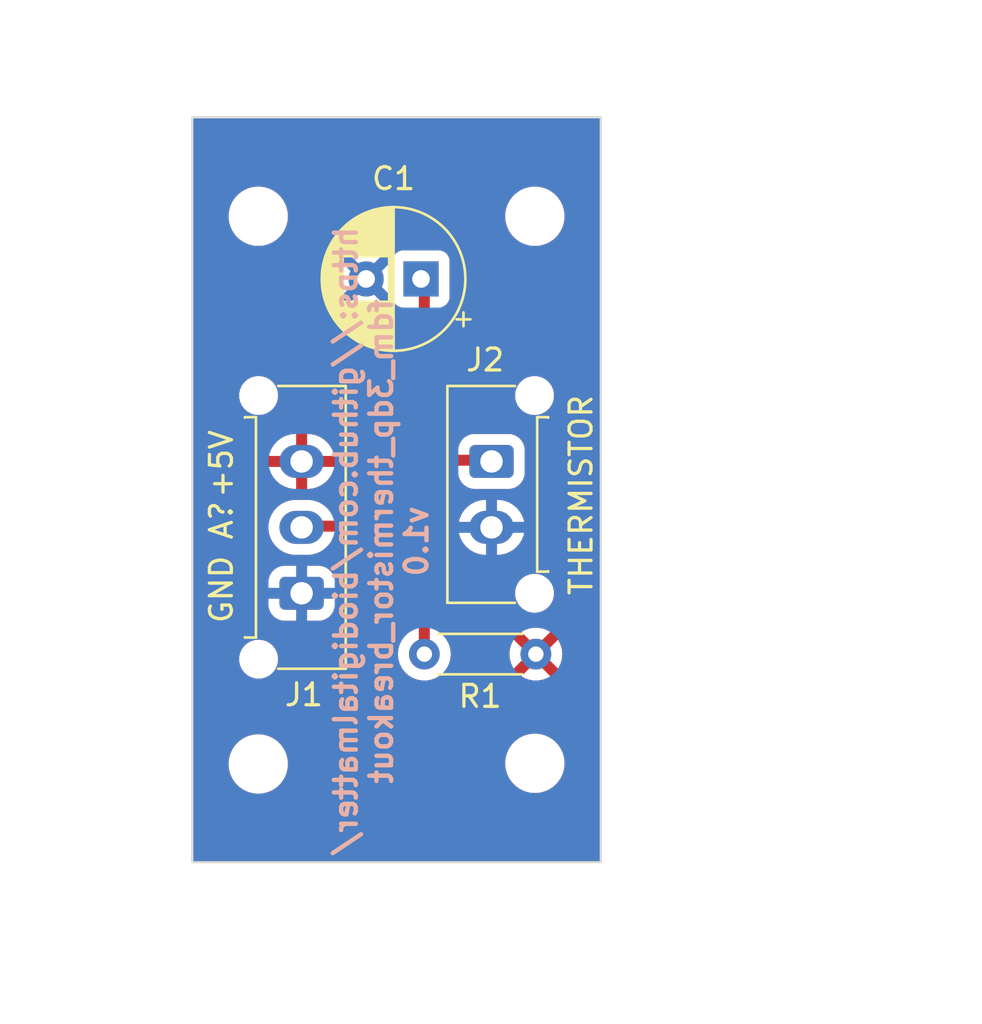
<source format=kicad_pcb>
(kicad_pcb (version 20221018) (generator pcbnew)
  (title_block (title "${project_title} - ${board_title}") (date "2023-10-18") (rev "${git_describe}") (company "${company}") (comment 1 "${drawn_by}") (comment 4 "${git_url}"))
  (layers (0 "F.Cu" signal) (31 "B.Cu" signal) (34 "B.Paste" user) (35 "F.Paste" user) (36 "B.SilkS" user "B.Silkscreen") (37 "F.SilkS" user "F.Silkscreen") (38 "B.Mask" user) (39 "F.Mask" user) (44 "Edge.Cuts" user))
  (property "board_title" "Thermistor breakout for DIN rail")
  (property "company" "bioDigitalMatter, Lund University")
  (property "drawn_by" "Anton Tetov")
  (property "git_describe" "v1.0")
  (property "git_url" "https://github.com/biodigitalmatter/fdm_3dp_thermistor_breakout")
  (property "project_title" "FDM 3DP")
  (net 0 "")
  (net 1 "Net-(J1-Pin_2)")
  (net 2 "GND")
  (net 3 "+5V")
  (footprint "Connector_Molex:Molex_Micro-Fit_3.0_43650-0215_1x02_P3.00mm_Vertical" (layer "F.Cu") (at 119.425 67.29 -90)
    (fp_text reference "J2" (at -4.62 0.29 -180) (layer "F.SilkS"))
    (fp_text value "Conn_01x02_Socket")
    (fp_line (start -3.435 -1.065) (end -3.435 2.01) (stroke (width 0.12)) (layer "F.SilkS"))
    (fp_line (start -3.435 2.01) (end 6.435 2.01) (stroke (width 0.12)) (layer "F.SilkS"))
    (fp_line (start -2.015 -2.58) (end -2.015 -2.08) (stroke (width 0.12)) (layer "F.SilkS"))
    (fp_line (start -2.015 -2.08) (end 5.015 -2.08) (stroke (width 0.12)) (layer "F.SilkS"))
    (fp_line (start -1.995 -2.58) (end -2.015 -2.58) (stroke (width 0.12)) (layer "F.SilkS"))
    (fp_line (start 5.015 -2.58) (end 4.995 -2.58) (stroke (width 0.12)) (layer "F.SilkS"))
    (fp_line (start 5.015 -2.08) (end 5.015 -2.58) (stroke (width 0.12)) (layer "F.SilkS"))
    (fp_line (start 6.435 2.01) (end 6.435 -1.065) (stroke (width 0.12)) (layer "F.SilkS"))
    (pad "" np_thru_hole circle (at -3 -1.96 270) (size 1.27 1.27) (drill 1.27) (layers "*.Cu" "*.Mask"))
    (pad "" np_thru_hole circle (at 6 -1.96 270) (size 1.27 1.27) (drill 1.27) (layers "*.Cu" "*.Mask"))
    (pad "1" thru_hole roundrect (at 0 0 270) (size 1.5 2.02) (drill 1.02) (layers "*.Cu" "*.Mask") (roundrect_rratio 0.166667) (net 1 "Net-(J1-Pin_2)"))
    (pad "2" thru_hole oval (at 3 0 270) (size 1.5 2.02) (drill 1.02) (layers "*.Cu" "*.Mask") (net 2 "GND"))
  )
  (footprint "MountingHole:MountingHole_2.2mm_M2" (layer "F.Cu") (at 121.4 81.03)
    (fp_text reference "H3" hide)
    (fp_text value "MountingHole")
    (pad "" np_thru_hole circle locked (at 0 0) (size 2.2 2.2) (drill 2.2) (layers "*.Cu" "*.Mask"))
  )
  (footprint "Capacitor_THT:CP_Radial_D6.3mm_P2.50mm" (layer "F.Cu") (at 116.214 58.984243 180)
    (fp_text reference "C1" (at 1.25 4.569243) (layer "F.SilkS"))
    (fp_text value "10uF")
    (fp_line (start -2.250241 -1.839) (end -1.620241 -1.839) (stroke (width 0.12)) (layer "F.SilkS"))
    (fp_line (start -1.935241 -2.154) (end -1.935241 -1.524) (stroke (width 0.12)) (layer "F.SilkS"))
    (fp_line (start 1.25 -3.23) (end 1.25 3.23) (stroke (width 0.12)) (layer "F.SilkS"))
    (fp_line (start 1.29 -3.23) (end 1.29 3.23) (stroke (width 0.12)) (layer "F.SilkS"))
    (fp_line (start 1.33 -3.23) (end 1.33 3.23) (stroke (width 0.12)) (layer "F.SilkS"))
    (fp_line (start 1.37 -3.228) (end 1.37 3.228) (stroke (width 0.12)) (layer "F.SilkS"))
    (fp_line (start 1.41 -3.227) (end 1.41 3.227) (stroke (width 0.12)) (layer "F.SilkS"))
    (fp_line (start 1.45 -3.224) (end 1.45 3.224) (stroke (width 0.12)) (layer "F.SilkS"))
    (fp_line (start 1.49 -3.222) (end 1.49 -1.04) (stroke (width 0.12)) (layer "F.SilkS"))
    (fp_line (start 1.49 1.04) (end 1.49 3.222) (stroke (width 0.12)) (layer "F.SilkS"))
    (fp_line (start 1.53 -3.218) (end 1.53 -1.04) (stroke (width 0.12)) (layer "F.SilkS"))
    (fp_line (start 1.53 1.04) (end 1.53 3.218) (stroke (width 0.12)) (layer "F.SilkS"))
    (fp_line (start 1.57 -3.215) (end 1.57 -1.04) (stroke (width 0.12)) (layer "F.SilkS"))
    (fp_line (start 1.57 1.04) (end 1.57 3.215) (stroke (width 0.12)) (layer "F.SilkS"))
    (fp_line (start 1.61 -3.211) (end 1.61 -1.04) (stroke (width 0.12)) (layer "F.SilkS"))
    (fp_line (start 1.61 1.04) (end 1.61 3.211) (stroke (width 0.12)) (layer "F.SilkS"))
    (fp_line (start 1.65 -3.206) (end 1.65 -1.04) (stroke (width 0.12)) (layer "F.SilkS"))
    (fp_line (start 1.65 1.04) (end 1.65 3.206) (stroke (width 0.12)) (layer "F.SilkS"))
    (fp_line (start 1.69 -3.201) (end 1.69 -1.04) (stroke (width 0.12)) (layer "F.SilkS"))
    (fp_line (start 1.69 1.04) (end 1.69 3.201) (stroke (width 0.12)) (layer "F.SilkS"))
    (fp_line (start 1.73 -3.195) (end 1.73 -1.04) (stroke (width 0.12)) (layer "F.SilkS"))
    (fp_line (start 1.73 1.04) (end 1.73 3.195) (stroke (width 0.12)) (layer "F.SilkS"))
    (fp_line (start 1.77 -3.189) (end 1.77 -1.04) (stroke (width 0.12)) (layer "F.SilkS"))
    (fp_line (start 1.77 1.04) (end 1.77 3.189) (stroke (width 0.12)) (layer "F.SilkS"))
    (fp_line (start 1.81 -3.182) (end 1.81 -1.04) (stroke (width 0.12)) (layer "F.SilkS"))
    (fp_line (start 1.81 1.04) (end 1.81 3.182) (stroke (width 0.12)) (layer "F.SilkS"))
    (fp_line (start 1.85 -3.175) (end 1.85 -1.04) (stroke (width 0.12)) (layer "F.SilkS"))
    (fp_line (start 1.85 1.04) (end 1.85 3.175) (stroke (width 0.12)) (layer "F.SilkS"))
    (fp_line (start 1.89 -3.167) (end 1.89 -1.04) (stroke (width 0.12)) (layer "F.SilkS"))
    (fp_line (start 1.89 1.04) (end 1.89 3.167) (stroke (width 0.12)) (layer "F.SilkS"))
    (fp_line (start 1.93 -3.159) (end 1.93 -1.04) (stroke (width 0.12)) (layer "F.SilkS"))
    (fp_line (start 1.93 1.04) (end 1.93 3.159) (stroke (width 0.12)) (layer "F.SilkS"))
    (fp_line (start 1.971 -3.15) (end 1.971 -1.04) (stroke (width 0.12)) (layer "F.SilkS"))
    (fp_line (start 1.971 1.04) (end 1.971 3.15) (stroke (width 0.12)) (layer "F.SilkS"))
    (fp_line (start 2.011 -3.141) (end 2.011 -1.04) (stroke (width 0.12)) (layer "F.SilkS"))
    (fp_line (start 2.011 1.04) (end 2.011 3.141) (stroke (width 0.12)) (layer "F.SilkS"))
    (fp_line (start 2.051 -3.131) (end 2.051 -1.04) (stroke (width 0.12)) (layer "F.SilkS"))
    (fp_line (start 2.051 1.04) (end 2.051 3.131) (stroke (width 0.12)) (layer "F.SilkS"))
    (fp_line (start 2.091 -3.121) (end 2.091 -1.04) (stroke (width 0.12)) (layer "F.SilkS"))
    (fp_line (start 2.091 1.04) (end 2.091 3.121) (stroke (width 0.12)) (layer "F.SilkS"))
    (fp_line (start 2.131 -3.11) (end 2.131 -1.04) (stroke (width 0.12)) (layer "F.SilkS"))
    (fp_line (start 2.131 1.04) (end 2.131 3.11) (stroke (width 0.12)) (layer "F.SilkS"))
    (fp_line (start 2.171 -3.098) (end 2.171 -1.04) (stroke (width 0.12)) (layer "F.SilkS"))
    (fp_line (start 2.171 1.04) (end 2.171 3.098) (stroke (width 0.12)) (layer "F.SilkS"))
    (fp_line (start 2.211 -3.086) (end 2.211 -1.04) (stroke (width 0.12)) (layer "F.SilkS"))
    (fp_line (start 2.211 1.04) (end 2.211 3.086) (stroke (width 0.12)) (layer "F.SilkS"))
    (fp_line (start 2.251 -3.074) (end 2.251 -1.04) (stroke (width 0.12)) (layer "F.SilkS"))
    (fp_line (start 2.251 1.04) (end 2.251 3.074) (stroke (width 0.12)) (layer "F.SilkS"))
    (fp_line (start 2.291 -3.061) (end 2.291 -1.04) (stroke (width 0.12)) (layer "F.SilkS"))
    (fp_line (start 2.291 1.04) (end 2.291 3.061) (stroke (width 0.12)) (layer "F.SilkS"))
    (fp_line (start 2.331 -3.047) (end 2.331 -1.04) (stroke (width 0.12)) (layer "F.SilkS"))
    (fp_line (start 2.331 1.04) (end 2.331 3.047) (stroke (width 0.12)) (layer "F.SilkS"))
    (fp_line (start 2.371 -3.033) (end 2.371 -1.04) (stroke (width 0.12)) (layer "F.SilkS"))
    (fp_line (start 2.371 1.04) (end 2.371 3.033) (stroke (width 0.12)) (layer "F.SilkS"))
    (fp_line (start 2.411 -3.018) (end 2.411 -1.04) (stroke (width 0.12)) (layer "F.SilkS"))
    (fp_line (start 2.411 1.04) (end 2.411 3.018) (stroke (width 0.12)) (layer "F.SilkS"))
    (fp_line (start 2.451 -3.002) (end 2.451 -1.04) (stroke (width 0.12)) (layer "F.SilkS"))
    (fp_line (start 2.451 1.04) (end 2.451 3.002) (stroke (width 0.12)) (layer "F.SilkS"))
    (fp_line (start 2.491 -2.986) (end 2.491 -1.04) (stroke (width 0.12)) (layer "F.SilkS"))
    (fp_line (start 2.491 1.04) (end 2.491 2.986) (stroke (width 0.12)) (layer "F.SilkS"))
    (fp_line (start 2.531 -2.97) (end 2.531 -1.04) (stroke (width 0.12)) (layer "F.SilkS"))
    (fp_line (start 2.531 1.04) (end 2.531 2.97) (stroke (width 0.12)) (layer "F.SilkS"))
    (fp_line (start 2.571 -2.952) (end 2.571 -1.04) (stroke (width 0.12)) (layer "F.SilkS"))
    (fp_line (start 2.571 1.04) (end 2.571 2.952) (stroke (width 0.12)) (layer "F.SilkS"))
    (fp_line (start 2.611 -2.934) (end 2.611 -1.04) (stroke (width 0.12)) (layer "F.SilkS"))
    (fp_line (start 2.611 1.04) (end 2.611 2.934) (stroke (width 0.12)) (layer "F.SilkS"))
    (fp_line (start 2.651 -2.916) (end 2.651 -1.04) (stroke (width 0.12)) (layer "F.SilkS"))
    (fp_line (start 2.651 1.04) (end 2.651 2.916) (stroke (width 0.12)) (layer "F.SilkS"))
    (fp_line (start 2.691 -2.896) (end 2.691 -1.04) (stroke (width 0.12)) (layer "F.SilkS"))
    (fp_line (start 2.691 1.04) (end 2.691 2.896) (stroke (width 0.12)) (layer "F.SilkS"))
    (fp_line (start 2.731 -2.876) (end 2.731 -1.04) (stroke (width 0.12)) (layer "F.SilkS"))
    (fp_line (start 2.731 1.04) (end 2.731 2.876) (stroke (width 0.12)) (layer "F.SilkS"))
    (fp_line (start 2.771 -2.856) (end 2.771 -1.04) (stroke (width 0.12)) (layer "F.SilkS"))
    (fp_line (start 2.771 1.04) (end 2.771 2.856) (stroke (width 0.12)) (layer "F.SilkS"))
    (fp_line (start 2.811 -2.834) (end 2.811 -1.04) (stroke (width 0.12)) (layer "F.SilkS"))
    (fp_line (start 2.811 1.04) (end 2.811 2.834) (stroke (width 0.12)) (layer "F.SilkS"))
    (fp_line (start 2.851 -2.812) (end 2.851 -1.04) (stroke (width 0.12)) (layer "F.SilkS"))
    (fp_line (start 2.851 1.04) (end 2.851 2.812) (stroke (width 0.12)) (layer "F.SilkS"))
    (fp_line (start 2.891 -2.79) (end 2.891 -1.04) (stroke (width 0.12)) (layer "F.SilkS"))
    (fp_line (start 2.891 1.04) (end 2.891 2.79) (stroke (width 0.12)) (layer "F.SilkS"))
    (fp_line (start 2.931 -2.766) (end 2.931 -1.04) (stroke (width 0.12)) (layer "F.SilkS"))
    (fp_line (start 2.931 1.04) (end 2.931 2.766) (stroke (width 0.12)) (layer "F.SilkS"))
    (fp_line (start 2.971 -2.742) (end 2.971 -1.04) (stroke (width 0.12)) (layer "F.SilkS"))
    (fp_line (start 2.971 1.04) (end 2.971 2.742) (stroke (width 0.12)) (layer "F.SilkS"))
    (fp_line (start 3.011 -2.716) (end 3.011 -1.04) (stroke (width 0.12)) (layer "F.SilkS"))
    (fp_line (start 3.011 1.04) (end 3.011 2.716) (stroke (width 0.12)) (layer "F.SilkS"))
    (fp_line (start 3.051 -2.69) (end 3.051 -1.04) (stroke (width 0.12)) (layer "F.SilkS"))
    (fp_line (start 3.051 1.04) (end 3.051 2.69) (stroke (width 0.12)) (layer "F.SilkS"))
    (fp_line (start 3.091 -2.664) (end 3.091 -1.04) (stroke (width 0.12)) (layer "F.SilkS"))
    (fp_line (start 3.091 1.04) (end 3.091 2.664) (stroke (width 0.12)) (layer "F.SilkS"))
    (fp_line (start 3.131 -2.636) (end 3.131 -1.04) (stroke (width 0.12)) (layer "F.SilkS"))
    (fp_line (start 3.131 1.04) (end 3.131 2.636) (stroke (width 0.12)) (layer "F.SilkS"))
    (fp_line (start 3.171 -2.607) (end 3.171 -1.04) (stroke (width 0.12)) (layer "F.SilkS"))
    (fp_line (start 3.171 1.04) (end 3.171 2.607) (stroke (width 0.12)) (layer "F.SilkS"))
    (fp_line (start 3.211 -2.578) (end 3.211 -1.04) (stroke (width 0.12)) (layer "F.SilkS"))
    (fp_line (start 3.211 1.04) (end 3.211 2.578) (stroke (width 0.12)) (layer "F.SilkS"))
    (fp_line (start 3.251 -2.548) (end 3.251 -1.04) (stroke (width 0.12)) (layer "F.SilkS"))
    (fp_line (start 3.251 1.04) (end 3.251 2.548) (stroke (width 0.12)) (layer "F.SilkS"))
    (fp_line (start 3.291 -2.516) (end 3.291 -1.04) (stroke (width 0.12)) (layer "F.SilkS"))
    (fp_line (start 3.291 1.04) (end 3.291 2.516) (stroke (width 0.12)) (layer "F.SilkS"))
    (fp_line (start 3.331 -2.484) (end 3.331 -1.04) (stroke (width 0.12)) (layer "F.SilkS"))
    (fp_line (start 3.331 1.04) (end 3.331 2.484) (stroke (width 0.12)) (layer "F.SilkS"))
    (fp_line (start 3.371 -2.45) (end 3.371 -1.04) (stroke (width 0.12)) (layer "F.SilkS"))
    (fp_line (start 3.371 1.04) (end 3.371 2.45) (stroke (width 0.12)) (layer "F.SilkS"))
    (fp_line (start 3.411 -2.416) (end 3.411 -1.04) (stroke (width 0.12)) (layer "F.SilkS"))
    (fp_line (start 3.411 1.04) (end 3.411 2.416) (stroke (width 0.12)) (layer "F.SilkS"))
    (fp_line (start 3.451 -2.38) (end 3.451 -1.04) (stroke (width 0.12)) (layer "F.SilkS"))
    (fp_line (start 3.451 1.04) (end 3.451 2.38) (stroke (width 0.12)) (layer "F.SilkS"))
    (fp_line (start 3.491 -2.343) (end 3.491 -1.04) (stroke (width 0.12)) (layer "F.SilkS"))
    (fp_line (start 3.491 1.04) (end 3.491 2.343) (stroke (width 0.12)) (layer "F.SilkS"))
    (fp_line (start 3.531 -2.305) (end 3.531 -1.04) (stroke (width 0.12)) (layer "F.SilkS"))
    (fp_line (start 3.531 1.04) (end 3.531 2.305) (stroke (width 0.12)) (layer "F.SilkS"))
    (fp_line (start 3.571 -2.265) (end 3.571 2.265) (stroke (width 0.12)) (layer "F.SilkS"))
    (fp_line (start 3.611 -2.224) (end 3.611 2.224) (stroke (width 0.12)) (layer "F.SilkS"))
    (fp_line (start 3.651 -2.182) (end 3.651 2.182) (stroke (width 0.12)) (layer "F.SilkS"))
    (fp_line (start 3.691 -2.137) (end 3.691 2.137) (stroke (width 0.12)) (layer "F.SilkS"))
    (fp_line (start 3.731 -2.092) (end 3.731 2.092) (stroke (width 0.12)) (layer "F.SilkS"))
    (fp_line (start 3.771 -2.044) (end 3.771 2.044) (stroke (width 0.12)) (layer "F.SilkS"))
    (fp_line (start 3.811 -1.995) (end 3.811 1.995) (stroke (width 0.12)) (layer "F.SilkS"))
    (fp_line (start 3.851 -1.944) (end 3.851 1.944) (stroke (width 0.12)) (layer "F.SilkS"))
    (fp_line (start 3.891 -1.89) (end 3.891 1.89) (stroke (width 0.12)) (layer "F.SilkS"))
    (fp_line (start 3.931 -1.834) (end 3.931 1.834) (stroke (width 0.12)) (layer "F.SilkS"))
    (fp_line (start 3.971 -1.776) (end 3.971 1.776) (stroke (width 0.12)) (layer "F.SilkS"))
    (fp_line (start 4.011 -1.714) (end 4.011 1.714) (stroke (width 0.12)) (layer "F.SilkS"))
    (fp_line (start 4.051 -1.65) (end 4.051 1.65) (stroke (width 0.12)) (layer "F.SilkS"))
    (fp_line (start 4.091 -1.581) (end 4.091 1.581) (stroke (width 0.12)) (layer "F.SilkS"))
    (fp_line (start 4.131 -1.509) (end 4.131 1.509) (stroke (width 0.12)) (layer "F.SilkS"))
    (fp_line (start 4.171 -1.432) (end 4.171 1.432) (stroke (width 0.12)) (layer "F.SilkS"))
    (fp_line (start 4.211 -1.35) (end 4.211 1.35) (stroke (width 0.12)) (layer "F.SilkS"))
    (fp_line (start 4.251 -1.262) (end 4.251 1.262) (stroke (width 0.12)) (layer "F.SilkS"))
    (fp_line (start 4.291 -1.165) (end 4.291 1.165) (stroke (width 0.12)) (layer "F.SilkS"))
    (fp_line (start 4.331 -1.059) (end 4.331 1.059) (stroke (width 0.12)) (layer "F.SilkS"))
    (fp_line (start 4.371 -0.94) (end 4.371 0.94) (stroke (width 0.12)) (layer "F.SilkS"))
    (fp_line (start 4.411 -0.802) (end 4.411 0.802) (stroke (width 0.12)) (layer "F.SilkS"))
    (fp_line (start 4.451 -0.633) (end 4.451 0.633) (stroke (width 0.12)) (layer "F.SilkS"))
    (fp_line (start 4.491 -0.402) (end 4.491 0.402) (stroke (width 0.12)) (layer "F.SilkS"))
    (fp_circle (center 1.25 0) (end 4.52 0) (stroke (width 0.12)) (fill none) (layer "F.SilkS"))
    (pad "1" thru_hole rect (at 0 0 180) (size 1.6 1.6) (drill 0.8) (layers "*.Cu" "*.Mask") (net 1 "Net-(J1-Pin_2)"))
    (pad "2" thru_hole circle (at 2.5 0 180) (size 1.6 1.6) (drill 0.8) (layers "*.Cu" "*.Mask") (net 2 "GND"))
  )
  (footprint "MountingHole:MountingHole_2.2mm_M2" (layer "F.Cu") (at 108.8 81.03)
    (fp_text reference "H2" hide)
    (fp_text value "MountingHole")
    (pad "" np_thru_hole circle locked (at 0 0.03) (size 2.2 2.2) (drill 2.2) (layers "*.Cu" "*.Mask"))
  )
  (footprint "MountingHole:MountingHole_2.2mm_M2" (layer "F.Cu") (at 121.4 56.13)
    (fp_text reference "H4" hide)
    (fp_text value "MountingHole")
    (pad "" np_thru_hole circle locked (at 0 0) (size 2.2 2.2) (drill 2.2) (layers "*.Cu" "*.Mask"))
  )
  (footprint "Resistor_THT:R_Axial_DIN0204_L3.6mm_D1.6mm_P5.08mm_Horizontal" (layer "F.Cu") (at 121.445 76.06 180)
    (fp_text reference "R1" (at 2.54 -1.92) (layer "F.SilkS"))
    (fp_text value "4.7kΩ")
    (fp_line (start 0.62 -0.92) (end 4.46 -0.92) (stroke (width 0.12)) (layer "F.SilkS"))
    (fp_line (start 0.62 0.92) (end 4.46 0.92) (stroke (width 0.12)) (layer "F.SilkS"))
    (pad "1" thru_hole circle (at 0 0 180) (size 1.4 1.4) (drill 0.7) (layers "*.Cu" "*.Mask") (net 3 "+5V"))
    (pad "2" thru_hole oval (at 5.08 0 180) (size 1.4 1.4) (drill 0.7) (layers "*.Cu" "*.Mask") (net 1 "Net-(J1-Pin_2)"))
  )
  (footprint "Connector_Molex:Molex_Micro-Fit_3.0_43650-0315_1x03_P3.00mm_Vertical" (layer "F.Cu") (at 110.775 73.29 90)
    (fp_text reference "J1" (at -4.62 0.105 180) (layer "F.SilkS"))
    (fp_text value "Conn_01x03_Pin")
    (fp_line (start -3.435 -1.065) (end -3.435 2.01) (stroke (width 0.12)) (layer "F.SilkS"))
    (fp_line (start -3.435 2.01) (end 9.435 2.01) (stroke (width 0.12)) (layer "F.SilkS"))
    (fp_line (start -2.015 -2.58) (end -2.015 -2.08) (stroke (width 0.12)) (layer "F.SilkS"))
    (fp_line (start -2.015 -2.08) (end 8.015 -2.08) (stroke (width 0.12)) (layer "F.SilkS"))
    (fp_line (start -1.995 -2.58) (end -2.015 -2.58) (stroke (width 0.12)) (layer "F.SilkS"))
    (fp_line (start 8.015 -2.58) (end 7.995 -2.58) (stroke (width 0.12)) (layer "F.SilkS"))
    (fp_line (start 8.015 -2.08) (end 8.015 -2.58) (stroke (width 0.12)) (layer "F.SilkS"))
    (fp_line (start 9.435 2.01) (end 9.435 -1.065) (stroke (width 0.12)) (layer "F.SilkS"))
    (pad "" np_thru_hole circle (at -3 -1.96 90) (size 1.27 1.27) (drill 1.27) (layers "*.Cu" "*.Mask"))
    (pad "" np_thru_hole circle (at 9 -1.96 90) (size 1.27 1.27) (drill 1.27) (layers "*.Cu" "*.Mask"))
    (pad "1" thru_hole roundrect (at 0 0 90) (size 1.5 2.02) (drill 1.02) (layers "*.Cu" "*.Mask") (roundrect_rratio 0.166667) (net 2 "GND"))
    (pad "2" thru_hole oval (at 3 0 90) (size 1.5 2.02) (drill 1.02) (layers "*.Cu" "*.Mask") (net 1 "Net-(J1-Pin_2)"))
    (pad "3" thru_hole oval (at 6 0 90) (size 1.5 2.02) (drill 1.02) (layers "*.Cu" "*.Mask") (net 3 "+5V"))
  )
  (footprint "MountingHole:MountingHole_2.2mm_M2" (layer "F.Cu") (at 108.8 56.13)
    (fp_text reference "H1" hide)
    (fp_text value "MountingHole")
    (pad "" np_thru_hole circle locked (at 0 0) (size 2.2 2.2) (drill 2.2) (layers "*.Cu" "*.Mask"))
  )
  (gr_rect locked (start 105.8 51.63) (end 124.4 85.53) (stroke (width 0.1)) (fill none) (layer "Edge.Cuts"))
  (gr_text "https://github.com/biodigitalmatter/\nfdm_3dp_thermistor_breakout\nv1.0" (at 116.595 70.925 90) (layer "B.SilkS") (effects (font (size 1 1) (thickness 0.2) bold) (justify bottom mirror)))
  (gr_text "A?" (at 107.705 70.925 90) (layer "F.SilkS") (effects (font (size 1 1)) (justify left bottom)))
  (gr_text "+5V" (at 107.705 69.02 90) (layer "F.SilkS") (effects (font (size 1 1)) (justify left bottom)))
  (gr_text "THERMISTOR" (at 124.088 73.465 90) (layer "F.SilkS") (effects (font (size 1 1)) (justify left bottom)))
  (gr_text "GND" (at 107.705 74.735 90) (layer "F.SilkS") (effects (font (size 1 1)) (justify left bottom)))
  (segment (start 119.425 67.235) (end 116.479757 67.235) (width 0.5) (layer "F.Cu") (net 1))
  (segment (start 116.365 59.080243) (end 116.365 67.120243) (width 0.5) (layer "F.Cu") (net 1))
  (segment (start 116.479757 67.235) (end 116.365 67.120243) (width 0.5) (layer "F.Cu") (net 1))
  (segment (start 110.775 70.235) (end 116.305 70.235) (width 0.5) (layer "F.Cu") (net 1))
  (segment (start 116.214 58.929243) (end 116.365 59.080243) (width 0.5) (layer "F.Cu") (net 1))
  (segment (start 116.365 67.120243) (end 116.365 70.295) (width 0.5) (layer "F.Cu") (net 1))
  (segment (start 116.305 70.235) (end 116.365 70.295) (width 0.5) (layer "F.Cu") (net 1))
  (segment (start 116.365 70.295) (end 116.365 76.005) (width 0.5) (layer "F.Cu") (net 1))
  (zone (net 3) (net_name "+5V") (layer "F.Cu") (connect_pads (clearance 0.5)) (min_thickness 0.25) (fill yes (thermal_gap 0.5) (thermal_bridge_width 0.5))
    (polygon (pts (xy 130.311 49.462) (xy 98.815 49.462) (xy 98.815 87.816) (xy 100.212 89.213) (xy 133.613 89.213) (xy 135.645 87.181) (xy 135.645 54.923) (xy 130.057 49.335) (xy 130.184 49.335)))
  )
  (zone (net 2) (net_name "GND") (layer "B.Cu") (priority 1) (connect_pads (clearance 0.5)) (min_thickness 0.25) (fill yes (thermal_gap 0.5) (thermal_bridge_width 0.5))
    (polygon (pts (xy 131.962 63.051) (xy 131.962 46.287) (xy 97.037 46.287) (xy 97.037 86.038) (xy 103.895 92.896) (xy 130.057 92.896) (xy 132.089 90.864) (xy 132.089 63.051)))
  )
)
</source>
